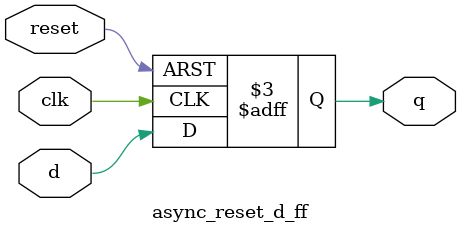
<source format=v>
module async_reset_d_ff(d, clk, reset, q);
input d,clk,reset;
output reg q;

always @(negedge reset or posedge clk)
begin
    if(!reset)
        q<= 0;
    else
        q<=d;
   end
endmodule
</source>
